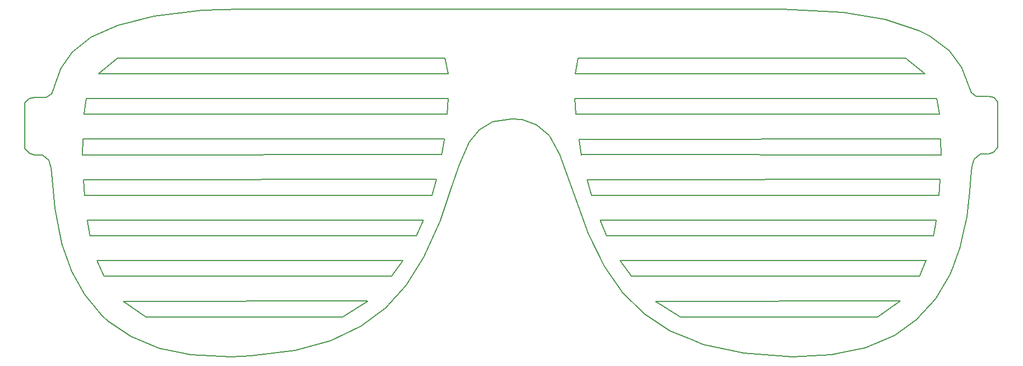
<source format=gbr>
G04 #@! TF.GenerationSoftware,KiCad,Pcbnew,(5.0.1)-3*
G04 #@! TF.CreationDate,2019-10-20T14:25:59+10:30*
G04 #@! TF.ProjectId,LED Glasses v2,4C454420476C61737365732076322E6B,rev?*
G04 #@! TF.SameCoordinates,Original*
G04 #@! TF.FileFunction,Profile,NP*
%FSLAX46Y46*%
G04 Gerber Fmt 4.6, Leading zero omitted, Abs format (unit mm)*
G04 Created by KiCad (PCBNEW (5.0.1)-3) date 20/10/2019 2:25:59 PM*
%MOMM*%
%LPD*%
G01*
G04 APERTURE LIST*
%ADD10C,0.200000*%
G04 APERTURE END LIST*
D10*
X89621411Y-97477479D02*
X87754511Y-97477479D01*
X90709575Y-96266069D02*
X90814635Y-95764086D01*
X90338405Y-108640830D02*
X89989711Y-107421579D01*
X90408811Y-96918679D02*
X90709575Y-96266069D01*
X86230511Y-105541979D02*
X86230511Y-98391879D01*
X86865511Y-97706079D02*
X87741811Y-97477479D01*
X86979811Y-106265879D02*
X87741811Y-106557979D01*
X89621411Y-97477479D02*
X90396111Y-96931379D01*
X87754511Y-106557979D02*
X88986411Y-106557979D01*
X86975626Y-106265630D02*
X86230511Y-105554679D01*
X88994926Y-106570430D02*
X89989711Y-107421579D01*
X86230511Y-98366479D02*
X86865511Y-97706079D01*
X91852831Y-92892076D02*
X90830525Y-95720002D01*
X235750100Y-97307400D02*
X234975400Y-96761300D01*
X234962700Y-96748600D02*
X234661936Y-96095990D01*
X239141000Y-98196400D02*
X238506000Y-97536000D01*
X238395885Y-106095551D02*
X239141000Y-105384600D01*
X236376585Y-106400351D02*
X235381800Y-107251500D01*
X237617000Y-106387900D02*
X236385100Y-106387900D01*
X238391700Y-106095800D02*
X237629700Y-106387900D01*
X239141000Y-105371900D02*
X239141000Y-98221800D01*
X238506000Y-97536000D02*
X237629700Y-97307400D01*
X235750100Y-97307400D02*
X237617000Y-97307400D01*
X148919907Y-122575298D02*
X150942289Y-118039417D01*
X100770713Y-91316119D02*
X152257549Y-91316119D01*
X199245026Y-137726906D02*
X206809250Y-138274897D01*
X183546832Y-131533059D02*
X187627960Y-134232995D01*
X192783915Y-136336933D02*
X199245026Y-137726906D01*
X190846389Y-135544989D02*
X192783915Y-136336933D01*
X187627960Y-134232995D02*
X190846389Y-135544989D01*
X177326146Y-124075252D02*
X180188995Y-128191153D01*
X95392506Y-110431617D02*
X95556156Y-112901550D01*
X152578745Y-100150327D02*
X152734352Y-97687949D01*
X152748020Y-93802515D02*
X152257549Y-91316119D01*
X95313903Y-104037542D02*
X95260164Y-106523545D01*
X100770713Y-91316119D02*
X97778551Y-93786052D01*
X152748020Y-97695840D02*
X95889525Y-97687949D01*
X174772413Y-118903389D02*
X177326146Y-124075252D01*
X180188995Y-128191153D02*
X183546832Y-131533059D01*
X151732370Y-106498139D02*
X152130264Y-104059782D01*
X206809250Y-138274897D02*
X212973364Y-137966879D01*
X150208895Y-112930588D02*
X150861480Y-110431617D01*
X152155557Y-104043652D02*
X95313903Y-104037542D01*
X95889525Y-97687949D02*
X95475341Y-100157884D01*
X173160185Y-91316119D02*
X224647021Y-91316119D01*
X231504115Y-90132149D02*
X228400845Y-87820210D01*
X231578873Y-125469233D02*
X231974864Y-124411238D01*
X233203242Y-121149336D02*
X233882083Y-118039417D01*
X234265953Y-116269463D02*
X234740735Y-112325565D01*
X234985199Y-109189650D02*
X235031667Y-108489666D01*
X231974864Y-124411238D02*
X233203242Y-121149336D01*
X226334021Y-132495042D02*
X229378702Y-129173145D01*
X212973384Y-137966879D02*
X218357642Y-136846937D01*
X102904207Y-135122982D02*
X103932570Y-135544989D01*
X233473964Y-92722079D02*
X231504115Y-90132149D01*
X96626940Y-88050204D02*
X93663073Y-90386140D01*
X99360487Y-132733040D02*
X102904207Y-135122982D01*
X98285655Y-131763070D02*
X99360487Y-132733040D01*
X93549933Y-124839256D02*
X95574343Y-128515144D01*
X93663073Y-90386140D02*
X91852831Y-92892076D01*
X233882083Y-118039417D02*
X234265953Y-116269463D01*
X90588093Y-111287594D02*
X90959835Y-114953497D01*
X90347800Y-108673900D02*
X90588093Y-111287594D01*
X90959835Y-114953497D02*
X91563930Y-118039417D01*
X120156055Y-83638320D02*
X114050529Y-83816312D01*
X95574343Y-128515144D02*
X98285655Y-131763070D01*
X92071040Y-120645347D02*
X93549933Y-124839256D01*
X222923656Y-134898983D02*
X226334021Y-132495042D01*
X100845460Y-86118254D02*
X96626940Y-88050204D01*
X234556876Y-95594007D02*
X233473964Y-92722079D01*
X106486304Y-84684292D02*
X100845460Y-86118254D01*
X214799785Y-84102304D02*
X205261668Y-83638320D01*
X234661936Y-96095990D02*
X234556876Y-95594007D01*
X235033106Y-108470751D02*
X235381800Y-107251500D01*
X91563930Y-118039417D02*
X92071040Y-120645347D01*
X221428584Y-85208277D02*
X214799785Y-84102304D01*
X234740735Y-112325565D02*
X234985199Y-109189650D01*
X229378702Y-129173145D02*
X231578873Y-125469233D01*
X114050529Y-83816312D02*
X106486304Y-84684292D01*
X205261668Y-83638320D02*
X120156055Y-83638320D01*
X218357642Y-136846937D02*
X222923656Y-134898983D01*
X226768392Y-86990231D02*
X221428584Y-85208277D01*
X228400845Y-87820210D02*
X226768392Y-86990231D01*
X128686010Y-137310938D02*
X134322815Y-135768961D01*
X153243464Y-111667581D02*
X154490025Y-108029675D01*
X157647849Y-102599818D02*
X159787407Y-101339854D01*
X159787407Y-101339854D02*
X162708847Y-100857863D01*
X151435243Y-116935445D02*
X153243464Y-111667581D01*
X103932570Y-135544989D02*
X107274244Y-136910917D01*
X162708847Y-100857863D02*
X164310992Y-100995861D01*
X118612500Y-138274897D02*
X121790525Y-138160879D01*
X146113630Y-127069179D02*
X148919907Y-122575298D01*
X134322815Y-135768961D02*
X139042375Y-133523036D01*
X121790525Y-138160879D02*
X128686010Y-137310938D01*
X150946324Y-118033405D02*
X151435243Y-116935445D01*
X172131804Y-111667581D02*
X174772413Y-118903389D01*
X170311459Y-106439716D02*
X172131804Y-111667581D01*
X154490025Y-108029675D02*
X156088128Y-104499769D01*
X168638601Y-103515793D02*
X170311459Y-106439716D01*
X166656628Y-101807837D02*
X168638601Y-103515793D01*
X164310992Y-100995861D02*
X166656628Y-101807837D01*
X156088128Y-104499769D02*
X157647849Y-102599818D01*
X142963892Y-130581096D02*
X146113630Y-127069179D01*
X150942289Y-118039417D02*
X150946324Y-118033405D01*
X112298877Y-137950906D02*
X118612500Y-138274897D01*
X107274244Y-136910917D02*
X112298877Y-137950906D01*
X139042375Y-133523036D02*
X142963892Y-130581096D01*
X97778551Y-93786052D02*
X152748020Y-93802515D01*
X173160185Y-91316119D02*
X172711664Y-93786052D01*
X150885995Y-110391464D02*
X95392506Y-110431617D01*
X95260164Y-106523545D02*
X151732370Y-106498139D01*
X98629122Y-125647230D02*
X143861083Y-125626212D01*
X229937413Y-100150327D02*
X229526189Y-97687949D01*
X143861083Y-125626212D02*
X145630771Y-123175282D01*
X148854695Y-116823913D02*
X96000645Y-116803450D01*
X172722468Y-93802515D02*
X227637154Y-93786052D01*
X96445124Y-119275383D02*
X147754408Y-119278400D01*
X101696037Y-129547118D02*
X105223585Y-132019074D01*
X145638471Y-123171725D02*
X97532067Y-123175282D01*
X97532067Y-123175282D02*
X98629122Y-125647230D01*
X147754408Y-119278400D02*
X148818897Y-116803450D01*
X136159071Y-132058662D02*
X140042454Y-129547118D01*
X140052396Y-129519537D02*
X101696037Y-129547118D01*
X96000645Y-116803450D02*
X96445124Y-119275383D01*
X105223585Y-132019074D02*
X136159071Y-132058662D01*
X95475341Y-100157884D02*
X152578745Y-100150327D01*
X172681358Y-97687949D02*
X172834907Y-100157884D01*
X95556156Y-112901550D02*
X150208895Y-112930588D01*
X172807106Y-100150327D02*
X229942382Y-100157884D01*
X227652201Y-93802515D02*
X224647021Y-91316119D01*
X177631443Y-119278400D02*
X228972610Y-119275383D01*
X230106688Y-104043652D02*
X173287467Y-104059782D01*
X226805826Y-125626212D02*
X227883636Y-123175282D01*
X173287467Y-104059782D02*
X173697601Y-106529717D01*
X175261593Y-112930588D02*
X229861568Y-112901550D01*
X181524767Y-125626212D02*
X226786581Y-125647230D01*
X229514225Y-97695840D02*
X172681358Y-97687949D01*
X230022050Y-110391464D02*
X174556251Y-110431617D01*
X179784943Y-123175282D02*
X181526494Y-125647230D01*
X223758876Y-129519537D02*
X185373256Y-129547118D01*
X185373256Y-129547118D02*
X189220021Y-132019074D01*
X220204101Y-132058662D02*
X223721696Y-129547118D01*
X229429588Y-116823913D02*
X176596816Y-116803450D01*
X174556251Y-110431617D02*
X175243174Y-112901550D01*
X229852775Y-112930588D02*
X230025217Y-110431617D01*
X176596816Y-116803450D02*
X177661548Y-119275383D01*
X173738118Y-106498139D02*
X230151822Y-106558631D01*
X230191325Y-106582776D02*
X230114636Y-104076038D01*
X189226779Y-132058662D02*
X220192126Y-132019074D01*
X227906113Y-123171725D02*
X179784943Y-123175282D01*
X229006400Y-119278400D02*
X229415069Y-116803450D01*
M02*

</source>
